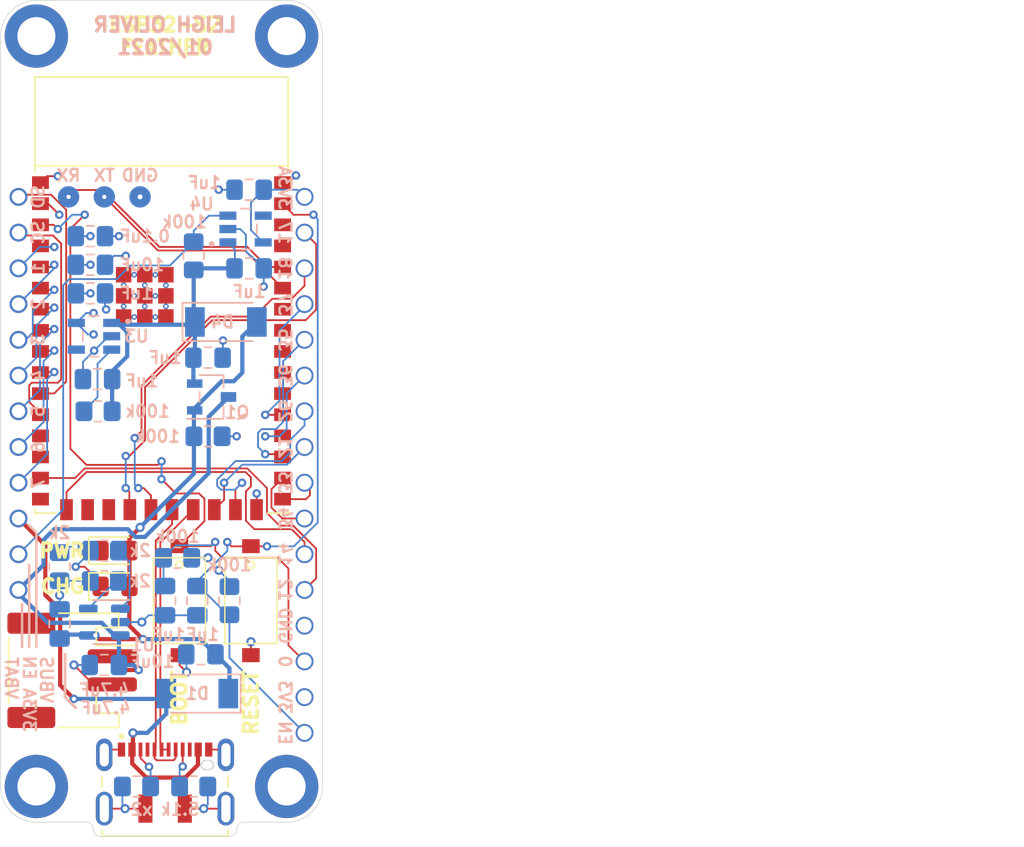
<source format=kicad_pcb>
(kicad_pcb (version 20210424) (generator pcbnew)
  (layers (0 "F.Cu" signal) (1 "In1.Cu" power) (2 "In2.Cu" power) (31 "B.Cu" signal) (34 "B.Paste" user) (35 "F.Paste" user) (36 "B.SilkS" user "B.Silkscreen") (37 "F.SilkS" user "F.Silkscreen") (38 "B.Mask" user) (39 "F.Mask" user) (44 "Edge.Cuts" user))
  (net 0 "")
  (net 1 "GND")
  (net 2 "Net-(C1-Pad1)")
  (net 3 "+BATT")
  (net 4 "VCC")
  (net 5 "+3V3")
  (net 6 "+3.3VA")
  (net 7 "/ESP32-EN")
  (net 8 "/IO0")
  (net 9 "VBUS")
  (net 10 "Net-(D2-Pad1)")
  (net 11 "Net-(D3-Pad1)")
  (net 12 "Net-(J1-Pad9)")
  (net 13 "PORT_D-")
  (net 14 "PORT_D+")
  (net 15 "Net-(J1-Pad3)")
  (net 16 "SDA")
  (net 17 "SCL")
  (net 18 "/IO1")
  (net 19 "/IO2")
  (net 20 "/IO3")
  (net 21 "/IO4")
  (net 22 "/IO5")
  (net 23 "/IO6")
  (net 24 "/IO7")
  (net 25 "/3V3A_EN")
  (net 26 "/IO12")
  (net 27 "/IO13")
  (net 28 "/IO15")
  (net 29 "/IO21")
  (net 30 "/IO26")
  (net 31 "/IO36")
  (net 32 "/IO35")
  (net 33 "/IO37")
  (net 34 "/IO18")
  (net 35 "/IO17")
  (net 36 "/RXD0")
  (net 37 "/TXD0")
  (net 38 "Net-(R4-Pad1)")
  (net 39 "Net-(R5-Pad1)")
  (net 40 "Net-(R11-Pad2)")
  (net 41 "/IO46")
  (net 42 "/IO45")
  (net 43 "/IO42")
  (net 44 "/IO41")
  (net 45 "/IO40")
  (net 46 "/IO39")
  (net 47 "/IO38")
  (net 48 "/IO34")
  (net 49 "/IO33")
  (net 50 "/IO16")
  (net 51 "/IO11")
  (net 52 "/IO10")
  (net 53 "/IO14")
  (footprint "MountingHole:MountingHole_2.7mm_M2.5_ISO14580_Pad" (layer "F.Cu") (at 195.58 99.06)
    (fp_text reference "REF**" hide)
    (fp_text value "MountingHole_2.7mm_M2.5_ISO14580_Pad" hide)
  )
  (footprint "Connector_JST:JST_PH_S2B-PH-SM4-TB_1x02-1MP_P2.00mm_Horizontal" (layer "F.Cu") (at 180.34 90.805 -90)
    (fp_text reference "J2" hide)
    (fp_text value "Conn_01x02" hide)
  )
  (footprint "Footprints:JAE_DX07S016JA1R1500" (layer "F.Cu") (at 186.944 97.536)
    (fp_text reference "J1" hide)
    (fp_text value "DX07S016JA1R1500" hide)
    (fp_line (start 2.875 -0.315) (end 3.125 -0.315) (layer "Edge.Cuts") (width 0.1))
    (fp_line (start 3.125 0.315) (end 2.875 0.315) (layer "Edge.Cuts") (width 0.1))
    (fp_arc (start 2.875 0) (end 2.875 -0.315) (angle -90) (layer "Edge.Cuts") (width 0.1))
    (fp_arc (start 3.125 0) (end 3.44 0) (angle -90) (layer "Edge.Cuts") (width 0.1))
    (fp_arc (start 2.875 0) (end 2.56 0) (angle -90) (layer "Edge.Cuts") (width 0.1))
    (fp_arc (start 3.125 0) (end 3.125 0.315) (angle -90) (layer "Edge.Cuts") (width 0.1))
  )
  (footprint "Footprints:PTS636SK25SMTRLFS" (layer "F.Cu") (at 187.96 85.852 -90)
    (fp_text reference "SW2" hide)
    (fp_text value "BOOT")
  )
  (footprint "Footprints:XCVR_ESP32-S2-WROOM-TinyPads" (layer "F.Cu") (at 186.69 64.135)
    (fp_text reference "U5" hide)
    (fp_text value "ESP32-S2-WROOM" hide)
  )
  (footprint "Footprints:RoundPinHeader_1x12" (layer "F.Cu") (at 176.53 85.09)
    (fp_text reference "J3" hide)
    (fp_text value "TOP" hide)
  )
  (footprint "MountingHole:MountingHole_2.7mm_M2.5_ISO14580_Pad" (layer "F.Cu") (at 195.58 45.72)
    (fp_text reference "REF**" hide)
    (fp_text value "MountingHole_2.7mm_M2.5_ISO14580_Pad" hide)
  )
  (footprint "MountingHole:MountingHole_2.7mm_M2.5_ISO14580_Pad" (layer "F.Cu") (at 177.8 45.72)
    (fp_text reference "REF**" hide)
    (fp_text value "MountingHole_2.7mm_M2.5_ISO14580_Pad" hide)
  )
  (footprint "LED_SMD:LED_0805_2012Metric_Pad1.15x1.40mm_HandSolder" (layer "F.Cu") (at 183.388 82.296)
    (fp_text reference "D3" hide)
    (fp_text value "PWR")
  )
  (footprint "MountingHole:MountingHole_2.7mm_M2.5_ISO14580_Pad" (layer "F.Cu") (at 177.8 99.06)
    (fp_text reference "REF**" hide)
    (fp_text value "MountingHole_2.7mm_M2.5_ISO14580_Pad" hide)
  )
  (footprint "LED_SMD:LED_0805_2012Metric_Pad1.15x1.40mm_HandSolder" (layer "F.Cu") (at 183.388 84.836)
    (fp_text reference "D2" hide)
    (fp_text value "CHG")
  )
  (footprint "Footprints:PTS636SK25SMTRLFS" (layer "F.Cu") (at 193.04 85.852 -90)
    (fp_text reference "SW1" hide)
    (fp_text value "RESET")
  )
  (footprint "Footprints:RoundPinHeader_1x16" (layer "F.Cu") (at 196.85 57.15 180)
    (fp_text reference "J4" hide)
    (fp_text value "BOT" hide)
  )
  (footprint "Capacitor_SMD:C_0805_2012Metric_Pad1.18x1.45mm_HandSolder" (layer "B.Cu") (at 186.944 85.852 -90)
    (fp_text reference "C13" hide)
    (fp_text value "1uF")
  )
  (footprint "Resistor_SMD:R_0805_2012Metric_Pad1.20x1.40mm_HandSolder" (layer "B.Cu") (at 182.180199 72.390001 180)
    (fp_text reference "R11" hide)
    (fp_text value "100k")
  )
  (footprint "Diode_SMD:D_SOD-128" (layer "B.Cu") (at 191.262 66.04)
    (fp_text reference "D4" hide)
    (fp_text value "RSX205LAM30TR" hide)
  )
  (footprint "Capacitor_SMD:C_0805_2012Metric_Pad1.18x1.45mm_HandSolder" (layer "B.Cu") (at 189.484 89.662 180)
    (fp_text reference "C3" hide)
    (fp_text value "10uF")
  )
  (footprint "Capacitor_SMD:C_0805_2012Metric_Pad1.18x1.45mm_HandSolder" (layer "B.Cu") (at 181.6403 64.008)
    (fp_text reference "C8" hide)
    (fp_text value "1uF")
  )
  (footprint "Capacitor_SMD:C_0805_2012Metric_Pad1.18x1.45mm_HandSolder" (layer "B.Cu") (at 182.1444 70.104 180)
    (fp_text reference "C6" hide)
    (fp_text value "1uF")
  )
  (footprint "Resistor_SMD:R_0805_2012Metric_Pad1.20x1.40mm_HandSolder" (layer "B.Cu") (at 179.451 83.439 90)
    (fp_text reference "R3" hide)
    (fp_text value "2k")
  )
  (footprint "Resistor_SMD:R_0805_2012Metric_Pad1.20x1.40mm_HandSolder" (layer "B.Cu") (at 182.626 84.455 180)
    (fp_text reference "R5" hide)
    (fp_text value "2k")
  )
  (footprint "Capacitor_SMD:C_0805_2012Metric_Pad1.18x1.45mm_HandSolder" (layer "B.Cu") (at 189.992 68.58)
    (fp_text reference "C4" hide)
    (fp_text value "1uF")
  )
  (footprint "Capacitor_SMD:C_0805_2012Metric_Pad1.18x1.45mm_HandSolder" (layer "B.Cu") (at 182.626 90.424)
    (fp_text reference "C2" hide)
    (fp_text value "4.7uF")
  )
  (footprint "Capacitor_SMD:C_0805_2012Metric_Pad1.18x1.45mm_HandSolder" (layer "B.Cu") (at 181.6364 59.944)
    (fp_text reference "C11" hide)
    (fp_text value "0.1uF")
  )
  (footprint "Capacitor_SMD:C_0805_2012Metric_Pad1.18x1.45mm_HandSolder" (layer "B.Cu") (at 181.6364 61.976)
    (fp_text reference "C10" hide)
    (fp_text value "10uF")
  )
  (footprint "Resistor_SMD:R_0805_2012Metric_Pad1.20x1.40mm_HandSolder" (layer "B.Cu") (at 182.626 82.296 180)
    (fp_text reference "R4" hide)
    (fp_text value "2k")
  )
  (footprint "Connector_Wire:SolderWirePad_1x03_P3.175mm_Drill0.8mm" (layer "B.Cu") (at 182.626 57.15 180)
    (fp_text reference "GND" hide)
    (fp_text value "Conn_01x03" hide)
  )
  (footprint "Footprints:SOT346" (layer "B.Cu") (at 190.246 71.374 90)
    (fp_text reference "Q1")
    (fp_text value "RQ5A020ZP" hide)
  )
  (footprint "Diode_SMD:D_SOD-128" (layer "B.Cu") (at 189.23 92.456 180)
    (fp_text reference "D1" hide)
    (fp_text value "RSX205LAM30TR" hide)
  )
  (footprint "Capacitor_SMD:C_0805_2012Metric_Pad1.18x1.45mm_HandSolder" (layer "B.Cu") (at 189.23 85.852 -90)
    (fp_text reference "C12" hide)
    (fp_text value "1uF")
  )
  (footprint "Resistor_SMD:R_0805_2012Metric_Pad1.20x1.40mm_HandSolder" (layer "B.Cu") (at 191.516 85.852 -90)
    (fp_text reference "R13" hide)
    (fp_text value "100k")
  )
  (footprint "Resistor_SMD:R_0805_2012Metric_Pad1.20x1.40mm_HandSolder" (layer "B.Cu") (at 189.992 74.168 180)
    (fp_text reference "R6" hide)
    (fp_text value "100k")
  )
  (footprint "Package_TO_SOT_SMD:SOT-23-5" (layer "B.Cu") (at 182.626 87.376 180)
    (fp_text reference "U1" hide)
    (fp_text value "MCP73831-2-OT" hide)
  )
  (footprint "Footprints:SOT95P280X145-5N" (layer "B.Cu") (at 181.8943 67.056 180)
    (fp_text reference "U3")
    (fp_text value "TLV75533PDBVR" hide)
  )
  (footprint "Capacitor_SMD:C_0805_2012Metric_Pad1.18x1.45mm_HandSolder" (layer "B.Cu") (at 192.913 56.642 180)
    (fp_text reference "C9" hide)
    (fp_text value "1uF")
  )
  (footprint "Resistor_SMD:R_0805_2012Metric_Pad1.20x1.40mm_HandSolder" (layer "B.Cu") (at 188.976 61.341 90)
    (fp_text reference "R12" hide)
    (fp_text value "100k")
  )
  (footprint "Resistor_SMD:R_0805_2012Metric_Pad1.20x1.40mm_HandSolder" (layer "B.Cu") (at 184.912 99.06 180)
    (fp_text reference "R1" hide)
    (fp_text value "5.1k x2")
  )
  (footprint "Resistor_SMD:R_0805_2012Metric_Pad1.20x1.40mm_HandSolder" (layer "B.Cu") (at 188.976 99.06)
    (fp_text reference "R2" hide)
    (fp_text value "5.1k" hide)
  )
  (footprint "Capacitor_SMD:C_0805_2012Metric_Pad1.18x1.45mm_HandSolder" (layer "B.Cu") (at 192.913 62.23)
    (fp_text reference "C7" hide)
    (fp_text value "1uF")
  )
  (footprint "Resistor_SMD:R_0805_2012Metric_Pad1.20x1.40mm_HandSolder" (layer "B.Cu") (at 187.833 82.804 180)
    (fp_text reference "R14" hide)
    (fp_text value "100k")
  )
  (footprint "Capacitor_SMD:C_0805_2012Metric_Pad1.18x1.45mm_HandSolder" (layer "B.Cu") (at 179.451 87.503 90)
    (fp_text reference "C1" hide)
    (fp_text value "4.7uF")
  )
  (footprint "Footprints:SOT95P280X145-5N" (layer "B.Cu") (at 192.659 59.436)
    (fp_text reference "U4")
    (fp_text value "TLV75533PDBVR" hide)
  )
  (gr_line (start 180.594 93.472) (end 179.832 92.71) (layer "B.SilkS") (width 0.2))
  (gr_line (start 177.8 81.026) (end 177.8 89.154) (layer "B.SilkS") (width 0.175))
  (gr_line (start 176.784 86.106) (end 176.784 89.154) (layer "B.SilkS") (width 0.175))
  (gr_line (start 179.832 92.71) (end 179.832 89.662) (layer "B.SilkS") (width 0.2))
  (gr_line (start 177.292 83.312) (end 177.292 89.154) (layer "B.SilkS") (width 0.175))
  (gr_line (start 177.292 80.518) (end 177.8 81.026) (layer "B.SilkS") (width 0.175))
  (gr_line (start 181.356 101.6) (end 177.8 101.6) (layer "Edge.Cuts") (width 0.05))
  (gr_arc (start 177.8 45.72) (end 177.8 43.18) (angle -90) (layer "Edge.Cuts") (width 0.05))
  (gr_arc (start 192.532 102.108) (end 192.532 101.6) (angle -90) (layer "Edge.Cuts") (width 0.05))
  (gr_arc (start 191.516 102.108) (end 191.516 102.616) (angle -90) (layer "Edge.Cuts") (width 0.05))
  (gr_arc (start 182.372 102.108) (end 181.864 102.108) (angle -90) (layer "Edge.Cuts") (width 0.05))
  (gr_arc (start 181.356 102.108) (end 181.864 102.108) (angle -90) (layer "Edge.Cuts") (width 0.05))
  (gr_arc (start 195.58 45.72) (end 198.12 45.72) (angle -90) (layer "Edge.Cuts") (width 0.05))
  (gr_arc (start 177.8 99.06) (end 175.26 99.06) (angle -90) (layer "Edge.Cuts") (width 0.05))
  (gr_line (start 177.8 43.18) (end 195.58 43.18) (layer "Edge.Cuts") (width 0.05))
  (gr_line (start 175.26 99.06) (end 175.26 45.72) (layer "Edge.Cuts") (width 0.05))
  (gr_line (start 191.516 102.616) (end 182.372 102.616) (layer "Edge.Cuts") (width 0.05))
  (gr_line (start 195.58 101.6) (end 192.532 101.6) (layer "Edge.Cuts") (width 0.05))
  (gr_arc (start 195.58 99.06) (end 195.58 101.6) (angle -90) (layer "Edge.Cuts") (width 0.05))
  (gr_line (start 198.12 45.72) (end 198.12 99.06) (layer "Edge.Cuts") (width 0.05))
  (gr_text "TX" (at 182.626 55.626) (layer "B.SilkS") (effects (font (size 0.85 0.85) (thickness 0.175)) (justify mirror)))
  (gr_text "GND" (at 185.166 55.626) (layer "B.SilkS") (effects (font (size 0.85 0.85) (thickness 0.175)) (justify mirror)))
  (gr_text "GND" (at 195.453 87.63 270) (layer "B.SilkS") (effects (font (size 0.85 0.85) (thickness 0.175)) (justify mirror)))
  (gr_text "3V3" (at 195.453 92.71 270) (layer "B.SilkS") (effects (font (size 0.85 0.85) (thickness 0.175)) (justify mirror)))
  (gr_text "14" (at 195.453 82.55 270) (layer "B.SilkS") (effects (font (size 0.85 0.85) (thickness 0.175)) (justify mirror)))
  (gr_text "34" (at 195.453 80.01 270) (layer "B.SilkS") (effects (font (size 0.85 0.85) (thickness 0.175)) (justify mirror)))
  (gr_text "21" (at 195.453 74.93 270) (layer "B.SilkS") (effects (font (size 0.85 0.85) (thickness 0.175)) (justify mirror)))
  (gr_text "3V3A" (at 195.453 58.166 270) (layer "B.SilkS") (effects (font (size 0.85 0.85) (thickness 0.175)) (justify left mirror)))
  (gr_text "26" (at 195.453 72.39 270) (layer "B.SilkS") (effects (font (size 0.85 0.85) (thickness 0.175)) (justify mirror)))
  (gr_text "0" (at 195.453 90.17 270) (layer "B.SilkS") (effects (font (size 0.85 0.85) (thickness 0.175)) (justify mirror)))
  (gr_text "RX" (at 180.086 55.626) (layer "B.SilkS") (effects (font (size 0.85 0.85) (thickness 0.175)) (justify mirror)))
  (gr_text "1" (at 177.927 62.23 90) (layer "B.SilkS") (effects (font (size 0.85 0.85) (thickness 0.175)) (justify mirror)))
  (gr_text "SD" (at 177.927 57.15 90) (layer "B.SilkS") (effects (font (size 0.85 0.85) (thickness 0.175)) (justify mirror)))
  (gr_text "2" (at 177.927 64.77 90) (layer "B.SilkS") (effects (font (size 0.85 0.85) (thickness 0.175)) (justify mirror)))
  (gr_text "6" (at 177.927 74.93 90) (layer "B.SilkS") (effects (font (size 0.85 0.85) (thickness 0.175)) (justify mirror)))
  (gr_text "LEIGH OLIVER\n01/2021" (at 186.944 45.72) (layer "B.SilkS") (effects (font (size 1 1) (thickness 0.25)) (justify mirror)))
  (gr_text "SC" (at 177.927 59.69 90) (layer "B.SilkS") (effects (font (size 0.85 0.85) (thickness 0.175)) (justify mirror)))
  (gr_text "33" (at 195.453 77.47 270) (layer "B.SilkS") (effects (font (size 0.85 0.85) (thickness 0.175)) (justify mirror)))
  (gr_text "18" (at 195.453 62.23 270) (layer "B.SilkS") (effects (font (size 0.85 0.85) (thickness 0.175)) (justify mirror)))
  (gr_text "EN" (at 195.453 95.25 270) (layer "B.SilkS") (effects (font (size 0.85 0.85) (thickness 0.175)) (justify mirror)))
  (gr_text "4" (at 177.927 69.85 90) (layer "B.SilkS") (effects (font (size 0.85 0.85) (thickness 0.175)) (justify mirror)))
  (gr_text "12" (at 195.453 85.09 270) (layer "B.SilkS") (effects (font (size 0.85 0.85) (thickness 0.175)) (justify mirror)))
  (gr_text "3" (at 177.927 67.31 90) (layer "B.SilkS") (effects (font (size 0.85 0.85) (thickness 0.175)) (justify mirror)))
  (gr_text "VBAT" (at 176.022 89.7636 270) (layer "B.SilkS") (effects (font (size 0.85 0.85) (thickness 0.175)) (justify right mirror)))
  (gr_text "35" (at 195.453 67.31 270) (layer "B.SilkS") (effects (font (size 0.85 0.85) (thickness 0.175)) (justify mirror)))
  (gr_text "VBUS" (at 178.5112 89.7128 270) (layer "B.SilkS") (effects (font (size 0.85 0.85) (thickness 0.175)) (justify right mirror)))
  (gr_text "5" (at 177.927 72.39 90) (layer "B.SilkS") (effects (font (size 0.85 0.85) (thickness 0.175)) (justify mirror)))
  (gr_text "17" (at 195.453 59.69 270) (layer "B.SilkS") (effects (font (size 0.85 0.85) (thickness 0.175)) (justify mirror)))
  (gr_text "7" (at 177.927 77.47 90) (layer "B.SilkS") (effects (font (size 0.85 0.85) (thickness 0.175)) (justify mirror)))
  (gr_text "37" (at 195.453 64.77 270) (layer "B.SilkS") (effects (font (size 0.85 0.85) (thickness 0.175)) (justify mirror)))
  (gr_text "3V3A EN" (at 177.292 89.662 270) (layer "B.SilkS") (effects (font (size 0.85 0.85) (thickness 0.175)) (justify right mirror)))
  (gr_text "36" (at 195.453 69.85 270) (layer "B.SilkS") (effects (font (size 0.85 0.85) (thickness 0.175)) (justify mirror)))
  (gr_text "ESP32-S2\nFEATHER" (at 186.944 45.72) (layer "F.SilkS") (effects (font (size 1 1) (thickness 0.25))))
  (segment (start 190.044 96.436) (end 190.889 96.436) (width 0.127) (layer "F.Cu") (net 1))
  (segment (start 184 65.685) (end 187 65.685) (width 0.127) (layer "F.Cu") (net 1))
  (segment (start 184.75 62.685) (end 184 62.685) (width 0.127) (layer "F.Cu") (net 1))
  (segment (start 187.96 90.424) (end 188.468 90.932) (width 0.127) (layer "F.Cu") (net 1))
  (segment (start 190.889 96.436) (end 191.264 96.811) (width 0.127) (layer "F.Cu") (net 1))
  (segment (start 185.5 62.685) (end 185.5 65.685) (width 0.127) (layer "F.Cu") (net 1))
  (segment (start 195.7314 56.135) (end 196.2404 55.626) (width 0.127) (layer "F.Cu") (net 1))
  (segment (start 187.96 89.727) (end 187.96 90.424) (width 0.127) (layer "F.Cu") (net 1))
  (segment (start 178.5482 55.6768) (end 179.324 55.6768) (width 0.127) (layer "F.Cu") (net 1))
  (segment (start 181.848 91.805) (end 180.467 90.424) (width 0.127) (layer "F.Cu") (net 1))
  (segment (start 189.686 100.636) (end 191.264 100.636) (width 0.127) (layer "F.Cu") (net 1))
  (segment (start 182.999 96.436) (end 182.624 96.811) (width 0.127) (layer "F.Cu") (net 1))
  (segment (start 193.4464 79.3786) (end 193.4464 78.232) (width 0.127) (layer "F.Cu") (net 1))
  (segment (start 188.344 100.636) (end 189.686 100.636) (width 0.127) (layer "F.Cu") (net 1))
  (segment (start 185.544 100.636) (end 184.098 100.636) (width 0.127) (layer "F.Cu") (net 1))
  (segment (start 195.29 56.135) (end 195.7314 56.135) (width 0.127) (layer "F.Cu") (net 1))
  (segment (start 193.04 89.727) (end 193.04 88.773) (width 0.127) (layer "F.Cu") (net 1))
  (segment (start 183.19 91.805) (end 181.848 91.805) (width 0.127) (layer "F.Cu") (net 1))
  (segment (start 184 62.685) (end 184 65.685) (width 0.127) (layer "F.Cu") (net 1))
  (segment (start 183.844 96.436) (end 182.999 96.436) (width 0.127) (layer "F.Cu") (net 1))
  (segment (start 187 65.685) (end 187 62.685) (width 0.127) (layer "F.Cu") (net 1))
  (segment (start 193.44 79.385) (end 193.4464 79.3786) (width 0.127) (layer "F.Cu") (net 1))
  (segment (start 184.75 62.685) (end 187 62.685) (width 0.127) (layer "F.Cu") (net 1))
  (segment (start 184.098 100.636) (end 182.624 100.636) (width 0.127) (layer "F.Cu") (net 1))
  (segment (start 178.09 56.135) (end 178.5482 55.6768) (width 0.127) (layer "F.Cu") (net 1))
  (segment (start 187 64.185) (end 184 64.185) (width 0.127) (layer "F.Cu") (net 1))
  (via (at 196.2404 55.626) (size 0.6) (drill 0.3) (layers "F.Cu" "B.Cu") (net 1))
  (via (at 184.15 61.341) (size 0.6) (drill 0.3) (layers "F.Cu" "B.Cu") (net 1))
  (via (at 185.293 87.376) (size 0.65) (drill 0.35) (layers "F.Cu" "B.Cu") (net 1))
  (via (at 193.4464 78.232) (size 0.6) (drill 0.3) (layers "F.Cu" "B.Cu") (net 1))
  (via (at 182.753 65.151) (size 0.6) (drill 0.3) (layers "F.Cu" "B.Cu") (net 1))
  (via (at 191.0588 67.3608) (size 0.6) (drill 0.3) (layers "F.Cu" "B.Cu") (net 1))
  (via (at 190.754 56.642) (size 0.6) (drill 0.3) (layers "F.Cu" "B.Cu") (net 1))
  (via (at 189.686 100.636) (size 0.65) (drill 0.35) (layers "F.Cu" "B.Cu") (net 1))
  (via (at 188.468 90.932) (size 0.65) (drill 0.35) (layers "F.Cu" "B.Cu") (net 1))
  (via (at 179.451 85.471) (size 0.65) (drill 0.35) (layers "F.Cu" "B.Cu") (net 1))
  (via (at 193.04 88.773) (size 0.65) (drill 0.35) (layers "F.Cu" "B.Cu") (net 1))
  (via (at 183.6684 59.944) (size 0.6) (drill 0.3) (layers "F.Cu" "B.Cu") (net 1))
  (via (at 179.324 55.6768) (size 0.6) (drill 0.3) (layers "F.Cu" "B.Cu") (net 1))
  (via (at 192.024 74.168) (size 0.6) (drill 0.3) (layers "F.Cu" "B.Cu") (net 1))
  (via (at 180.467 90.424) (size 0.65) (drill 0.35) (layers "F.Cu" "B.Cu") (net 1))
  (via (at 185.166 57.15) (size 0.65) (drill 0.35) (layers "F.Cu" "B.Cu") (net 1))
  (via (at 193.9505 63.5215) (size 0.6) (drill 0.3) (layers "F.Cu" "B.Cu") (net 1))
  (via (at 184.098 100.636) (size 0.65) (drill 0.35) (layers "F.Cu" "B.Cu") (net 1))
  (via (at 181.902138 68.083738) (size 0.6) (drill 0.3) (layers "F.Cu" "B.Cu") (net 1))
  (segment (start 193.9505 62.23) (end 193.9505 63.5215) (width 0.127) (layer "B.Cu") (net 1))
  (segment (start 188.468 90.932) (end 188.4465 90.9105) (width 0.127) (layer "B.Cu") (net 1))
  (segment (start 188.4465 89.662) (end 188.468 90.932) (width 0.127) (layer "B.Cu") (net 1))
  (segment (start 189.976 99.06) (end 189.976 100.346) (width 0.127) (layer "B.Cu") (net 1))
  (segment (start 179.451 85.471) (end 179.451 86.4655) (width 0.127) (layer "B.Cu") (net 1))
  (segment (start 189.23 86.8895) (end 186.944 86.8895) (width 0.127) (layer "B.Cu") (net 1))
  (segment (start 191.0588 67.3608) (end 191.0295 67.3393) (width 0.127) (layer "B.Cu") (net 1))
  (segment (start 185.7795 86.8895) (end 185.293 87.376) (width 0.127) (layer "B.Cu") (net 1))
  (segment (start 183.7635 87.376) (end 185.293 87.376) (width 0.127) (layer "B.Cu") (net 1))
  (segment (start 192.6844 59.8424) (end 192.278 59.436) (width 0.127) (layer "B.Cu") (net 1))
  (segment (start 182.6778 64.008) (end 182.6778 65.0758) (width 0.127) (layer "B.Cu") (net 1))
  (segment (start 189.976 100.346) (end 189.686 100.636) (width 0.127) (layer "B.Cu") (net 1))
  (segment (start 190.992 74.168) (end 192.024 74.168) (width 0.127) (layer "B.Cu") (net 1))
  (segment (start 191.8755 56.642) (end 190.754 56.642) (width 0.127) (layer "B.Cu") (net 1))
  (segment (start 181.1069 68.878976) (end 181.1069 70.104) (width 0.127) (layer "B.Cu") (net 1))
  (segment (start 182.6778 65.0758) (end 182.753 65.151) (width 0.127) (layer "B.Cu") (net 1))
  (segment (start 181.61 84.439) (end 181.626 84.455) (width 0.127) (layer "B.Cu") (net 1))
  (segment (start 183.912 99.06) (end 183.912 100.45) (width 0.127) (layer "B.Cu") (net 1))
  (segment (start 183.3089 61.341) (end 184.15 61.341) (width 0.127) (layer "B.Cu") (net 1))
  (segment (start 181.902138 68.083738) (end 181.1069 68.878976) (width 0.127) (layer "B.Cu") (net 1))
  (segment (start 192.6844 61.0108) (end 192.6844 59.8424) (width 0.127) (layer "B.Cu") (net 1))
  (segment (start 191.0295 68.58) (end 191.0588 67.3608) (width 0.127) (layer "B.Cu") (net 1))
  (segment (start 192.278 59.436) (end 191.404 59.436) (width 0.127) (layer "B.Cu") (net 1))
  (segment (start 186.944 86.8895) (end 185.7795 86.8895) (width 0.127) (layer "B.Cu") (net 1))
  (segment (start 193.0869 61.3664) (end 193.04 61.3664) (width 0.127) (layer "B.Cu") (net 1))
  (segment (start 181.5885 90.424) (end 180.467 90.424) (width 0.127) (layer "B.Cu") (net 1))
  (segment (start 193.04 61.3664) (end 192.6844 61.0108) (width 0.127) (layer "B.Cu") (net 1))
  (segment (start 182.6739 59.944) (end 183.6684 59.944) (width 0.127) (layer "B.Cu") (net 1))
  (segment (start 183.1493 67.056) (end 182.929876 67.056) (width 0.127) (layer "B.Cu") (net 1))
  (segment (start 182.929876 67.056) (end 181.902138 68.083738) (width 0.127) (layer "B.Cu") (net 1))
  (segment (start 190.754 56.642) (end 190.627 56.642) (width 0.127) (layer "B.Cu") (net 1))
  (segment (start 193.9505 62.23) (end 193.0869 61.3664) (width 0.127) (layer "B.Cu") (net 1))
  (segment (start 179.451 84.439) (end 179.451 85.471) (width 0.127) (layer "B.Cu") (net 1))
  (segment (start 182.6739 61.976) (end 183.3089 61.341) (width 0.127) (layer "B.Cu") (net 1))
  (segment (start 183.912 100.45) (end 184.098 100.636) (width 0.127) (layer "B.Cu") (net 1))
  (segment (start 182.6739 64.0041) (end 182.6778 64.008) (width 0.127) (layer "B.Cu") (net 1))
  (segment (start 179.451 84.439) (end 181.61 84.439) (width 0.127) (layer "B.Cu") (net 1))
  (segment (start 184.404 87.63) (end 184.404 84.845) (width 0.3) (layer "F.Cu") (net 2))
  (segment (start 184.413 82.296) (end 184.413 84.836) (width 0.3) (layer "F.Cu") (net 2))
  (segment (start 181.991 88.3158) (end 182.26219 88.58699) (width 0.3) (layer "F.Cu") (net 2))
  (segment (start 184.413 81.398) (end 185.166 80.645) (width 0.3) (layer "F.Cu") (net 2))
  (segment (start 184.404 84.845) (end 184.413 84.836) (width 0.3) (layer "F.Cu") (net 2))
  (segment (start 184.413 82.296) (end 184.413 81.398) (width 0.3) (layer "F.Cu") (net 2))
  (segment (start 182.26219 88.58699) (end 185.36099 88.58699) (width 0.3) (layer "F.Cu") (net 2))
  (segment (start 184.413 82.296) (end 184.413 82.287) (width 0.3) (layer "F.Cu") (net 2))
  (segment (start 185.36099 88.58699) (end 184.404 87.63) (width 0.3) (layer "F.Cu") (net 2))
  (via (at 181.991 88.3158) (size 0.6) (drill 0.3) (layers "F.Cu" "B.Cu") (net 2))
  (via (at 185.166 80.645) (size 0.65) (drill 0.35) (layers "F.Cu" "B.Cu") (net 2))
  (via (at 185.36099 88.58699) (size 0.6) (drill 0.3) (layers "F.Cu" "B.Cu") (net 2))
  (segment (start 179.451 88.5405) (end 179.7265 88.265) (width 0.3) (layer "B.Cu") (net 2))
  (segment (start 185.166 80.645) (end 188.992 76.819) (width 0.3) (layer "B.Cu") (net 2))
  (segment (start 192.4304 67.0716) (end 192.4304 69.6468) (width 0.3) (layer "B.Cu") (net 2))
  (segment (start 189.44649 88.58699) (end 185.36099 88.58699) (width 0.3) (layer "B.Cu") (net 2))
  (segment (start 191.43 92.456) (end 191.516 92.37) (width 0.3) (layer "B.Cu") (net 2))
  (segment (start 192.4304 69.6468) (end 191.8208 70.2564) (width 0.3) (layer "B.Cu") (net 2))
  (segment (start 188.992 76.819) (end 188.992 74.168) (width 0.3) (layer "B.Cu") (net 2))
  (segment (start 190.5215 89.662) (end 189.44649 88.58699) (width 0.3) (layer "B.Cu") (net 2))
  (segment (start 179.7265 88.265) (end 181.4275 88.265) (width 0.3) (layer "B.Cu") (net 2))
  (segment (start 191.516 92.37) (end 191.516 90.6565) (width 0.3) (layer "B.Cu") (net 2))
  (segment (start 189.046 72.1676) (end 189.046 72.324) (width 0.3) (layer "B.Cu") (net 2))
  (segment (start 181.4275 88.265) (end 181.4885 88.326) (width 0.3) (layer "B.Cu") (net 2))
  (segment (start 188.992 72.378) (end 189.046 72.324) (width 0.3) (layer "B.Cu") (net 2))
  (segment (start 193.462 66.04) (end 192.4304 67.0716) (width 0.3) (layer "B.Cu") (net 2))
  (segment (start 190.9572 70.2564) (end 189.046 72.1676) (width 0.3) (layer "B.Cu") (net 2))
  (segment (start 188.992 74.168) (end 188.992 72.378) (width 0.3) (layer "B.Cu") (net 2))
  (segment (start 191.8208 70.2564) (end 190.9572 70.2564) (width 0.3) (layer "B.Cu") (net 2))
  (segment (start 191.516 90.6565) (end 190.5215 89.662) (width 0.3) (layer "B.Cu") (net 2))
  (segment (start 183.19 89.805) (end 184.1646 90.7796) (width 0.3) (layer "F.Cu") (net 3))
  (segment (start 185.0644 90.7796) (end 185.0136 90.7796) (width 0.3) (layer "F.Cu") (net 3))
  (segment (start 184.1646 90.7796) (end 185.0644 90.7796) (width 0.3) (layer "F.Cu") (net 3))
  (via (at 185.0644 90.7796) (size 0.6) (drill 0.3) (layers "F.Cu" "B.Cu") (net 3))
  (segment (start 183.6635 90.424) (end 183.6635 88.426) (width 0.3) (layer "B.Cu") (net 3))
  (segment (start 178.6128 87.4268) (end 182.444678 87.4268) (width 0.3) (layer "B.Cu") (net 3))
  (segment (start 179.07 80.772) (end 178.308 81.534) (width 0.3) (layer "B.Cu") (net 3))
  (segment (start 178.308 81.534) (end 178.308 83.312) (width 0.3) (layer "B.Cu") (net 3))
  (segment (start 183.7635 90.324) (end 183.6635 90.424) (width 0.127) (layer "B.Cu") (net 3))
  (segment (start 185.506999 81.320001) (end 184.841999 81.320001) (width 0.3) (layer "B.Cu") (net 3))
  (segment (start 184.293998 80.772) (end 179.07 80.772) (width 0.3) (layer "B.Cu") (net 3))
  (segment (start 183.6635 88.426) (end 183.7635 88.326) (width 0.3) (layer "B.Cu") (net 3))
  (segment (start 184.841999 81.320001) (end 184.293998 80.772) (width 0.3) (layer "B.Cu") (net 3))
  (segment (start 184.7088 90.424) (end 183.6635 90.424) (width 0.3) (layer "B.Cu") (net 3))
  (segment (start 183.343878 88.326) (end 183.7635 88.326) (width 0.3) (layer "B.Cu") (net 3))
  (segment (start 191.446 71.374) (end 190.04199 72.77801) (width 0.3) (layer "B.Cu") (net 3))
  (segment (start 182.444678 87.4268) (end 183.343878 88.326) (width 0.3) (layer "B.Cu") (net 3))
  (segment (start 190.04199 72.77801) (end 190.04199 76.78501) (width 0.3) (layer "B.Cu") (net 3))
  (segment (start 185.0644 90.7796) (end 184.7088 90.424) (width 0.3) (layer "B.Cu") (net 3))
  (segment (start 176.53 85.09) (end 176.53 85.344) (width 0.3) (layer "B.Cu") (net 3))
  (segment (start 190.04199 76.78501) (end 185.506999 81.320001) (width 0.3) (layer "B.Cu") (net 3))
  (segment (start 176.53 85.344) (end 178.6128 87.4268) (width 0.3) (layer "B.Cu") (net 3))
  (segment (start 178.308 83.312) (end 176.53 85.09) (width 0.3) (layer "B.Cu") (net 3))
  (segment (start 184.2526 66.76431) (end 183.59429 66.106) (width 0.3) (layer "B.Cu") (net 4))
  (segment (start 188.9545 70.3325) (end 189.046 70.424) (width 0.3) (layer "B.Cu") (net 4))
  (segment (start 189.062 68.4725) (end 188.9545 68.58) (width 0.3) (layer "B.Cu") (net 4))
  (segment (start 191.897 60.879) (end 191.404 60.386) (width 0.127) (layer "B.Cu") (net 4))
  (segment (start 188.9545 68.58) (end 188.9545 70.3325) (width 0.3) (layer "B.Cu") (net 4))
  (segment (start 188.866999 66.235001) (end 189.062 66.04) (width 0.3) (layer "B.Cu") (net 4))
  (segment (start 191.8755 62.23) (end 189.087 62.23) (width 0.3) (layer "B.Cu") (net 4))
  (segment (start 191.8755 62.23) (end 191.897 62.2085) (width 0.127) (layer "B.Cu") (net 4))
  (segment (start 191.897 62.2085) (end 191.897 60.879) (width 0.127) (layer "B.Cu") (net 4))
  (segment (start 183.1819 69.5491) (end 184.2526 68.4784) (width 0.3) (layer "B.Cu") (net 4))
  (segment (start 191.7645 62.341) (end 191.8755 62.23) (width 0.127) (layer "B.Cu") (net 4))
  (segment (start 188.976 65.954) (end 189.062 66.04) (width 0.3) (layer "B.Cu") (net 4))
  (segment (start 183.180199 70.105701) (end 183.1819 70.104) (width 0.3) (layer "B.Cu") (net 4))
  (segment (start 183.278301 66.235001) (end 188.866999 66.235001) (width 0.3) (layer "B.Cu") (net 4))
  (segment (start 188.976 62.341) (end 188.976 65.954) (width 0.3) (layer "B.Cu") (net 4))
  (segment (start 183.59429 66.106) (end 183.1493 66.106) (width 0.3) (layer "B.Cu") (net 4))
  (segment (start 184.2526 68.4784) (end 184.2526 66.76431) (width 0.3) (layer "B.Cu") (net 4))
  (segment (start 189.062 66.04) (end 189.062 68.4725) (width 0.3) (layer "B.Cu") (net 4))
  (segment (start 189.087 62.23) (end 188.976 62.341) (width 0.3) (layer "B.Cu") (net 4))
  (segment (start 183.1493 66.106) (end 183.278301 66.235001) (width 0.3) (layer "B.Cu") (net 4))
  (segment (start 183.1819 70.104) (end 183.1819 69.5491) (width 0.3) (layer "B.Cu") (net 4))
  (segment (start 191.516 62.5895) (end 191.8755 62.23) (width 0.3) (layer "B.Cu") (net 4))
  (segment (start 183.180199 72.390001) (end 183.180199 70.105701) (width 0.3) (layer "B.Cu") (net 4))
  (segment (start 178.6636 57.658) (end 179.4256 58.42) (width 0.127) (layer "F.Cu") (net 5))
  (segment (start 178.09 57.635) (end 178.113 57.658) (width 0.127) (layer "F.Cu") (net 5))
  (segment (start 178.113 57.658) (end 178.6636 57.658) (width 0.127) (layer "F.Cu") (net 5))
  (via (at 181.6364 59.944) (size 0.6) (drill 0.3) (layers "F.Cu" "B.Cu") (net 5))
  (via (at 190.754 83.693) (size 0.65) (drill 0.35) (layers "F.Cu" "B.Cu") (net 5))
  (via (at 189.992 82.804) (size 0.65) (drill 0.35) (layers "F.Cu" "B.Cu") (net 5))
  (via (at 179.4256 58.42) (size 0.6) (drill 0.3) (layers "F.Cu" "B.Cu") (net 5))
  (via (at 181.6364 64.008) (size 0.6) (drill 0.3) (layers "F.Cu" "B.Cu") (net 5))
  (via (at 181.864 65.405) (size 0.6) (drill 0.3) (layers "F.Cu" "B.Cu") (net 5))
  (via (at 181.6364 61.976) (size 0.6) (drill 0.3) (layers "F.Cu" "B.Cu") (net 5))
  (via (at 181.864 66.929) (size 0.6) (drill 0.3) (layers "F.Cu" "B.Cu") (net 5))
  (segment (start 191.516 84.852) (end 191.516 84.455) (width 0.127) (layer "B.Cu") (net 5))
  (segment (start 188.833 82.804) (end 189.992 82.804) (width 0.127) (layer "B.Cu") (net 5))
  (segment (start 181.864 65.405) (end 181.3403 65.405) (width 0.127) (layer "B.Cu") (net 5))
  (segment (start 181.864 66.929) (end 181.4623 66.929) (width 0.127) (layer "B.Cu") (net 5))
  (segment (start 180.5989 59.944) (end 181.6364 59.944) (width 0.127) (layer "B.Cu") (net 5))
  (segment (start 191.516 84.455) (end 190.754 83.693) (width 0.127) (layer "B.Cu") (net 5))
  (segment (start 180.6028 64.008) (end 181.6364 64.008) (width 0.127) (layer "B.Cu") (net 5))
  (segment (start 181.3403 65.405) (end 180.6393 66.106) (width 0.127) (layer "B.Cu") (net 5))
  (segment (start 181.4623 66.929) (end 180.6393 66.106) (width 0.127) (layer "B.Cu") (net 5))
  (segment (start 180.5989 61.976) (end 181.6364 61.976) (width 0.127) (layer "B.Cu") (net 5))
  (segment (start 180.5989 64.0041) (end 180.6028 64.008) (width 0.127) (layer "B.Cu") (net 5))
  (segment (start 193.045499 57.547001) (end 193.045499 59.517499) (width 0.127) (layer "B.Cu") (net 6))
  (segment (start 193.9505 56.642) (end 193.045499 57.547001) (width 0.127) (layer "B.Cu") (net 6))
  (segment (start 193.045499 59.517499) (end 193.914 60.386) (width 0.127) (layer "B.Cu") (net 6))
  (segment (start 193.9505 56.642) (end 196.342 56.642) (width 0.127) (layer "B.Cu") (net 6))
  (segment (start 196.342 56.642) (end 196.85 57.15) (width 0.127) (layer "B.Cu") (net 6))
  (segment (start 193.0542 81.9912) (end 193.04 81.977) (width 0.127) (layer "F.Cu") (net 7))
  (segment (start 194.183 81.9912) (end 193.0542 81.9912) (width 0.127) (layer "F.Cu") (net 7))
  (segment (start 195.29 57.635) (end 195.267 57.658) (width 0.127) (layer "F.Cu") (net 7))
  (segment (start 195.29 57.635) (end 196.075 58.42) (width 0.127) (layer "F.Cu") (net 7))
  (segment (start 191.3636 81.7006) (end 191.3636 81.6864) (width 0.127) (layer "F.Cu") (net 7))
  (segment (start 191.6542 81.9912) (end 191.3636 81.7006) (width 0.127) (layer "F.Cu") (net 7))
  (segment (start 193.04 81.9912) (end 191.6542 81.9912) (width 0.127) (layer "F.Cu") (net 7))
  (segment (start 196.075 58.42) (end 197.485 58.42) (width 0.127) (layer "F.Cu") (net 7))
  (via (at 191.3636 81.6864) (size 0.6) (drill 0.3) (layers "F.Cu" "B.Cu") (net 7))
  (via (at 194.183 81.9912) (size 0.6) (drill 0.3) (layers "F.Cu" "B.Cu") (net 7))
  (via (at 197.485 58.42) (size 0.6) (drill 0.3) (layers "F.Cu" "B.Cu") (net 7))
  (segment (start 191.381 86.852) (end 191.516 86.852) (width 0.127) (layer "B.Cu") (net 7))
  (segment (start 189.23 84.455) (end 189.23 84.8145) (width 0.127) (layer "B.Cu") (net 7))
  (segment (start 189.23 84.8145) (end 189.3435 84.8145) (width 0.127) (layer "B.Cu") (net 7))
  (segment (start 191.516 89.916) (end 196.85 95.25) (width 0.127) (layer "B.Cu") (net 7))
  (segment (start 197.485 58.42) (end 197.784999 58.719999) (width 0.127) (layer "B.Cu") (net 7))
  (segment (start 191.3636 82.3214) (end 189.23 84.455) (width 0.127) (layer "B.Cu") (net 7))
  (segment (start 197.784999 80.296743) (end 196.166742 81.915) (width 0.127) (layer "B.Cu") (net 7))
  (segment (start 196.166742 81.915) (end 196.090542 81.9912) (width 0.127) (layer "B.Cu") (net 7))
  (segment (start 189.3435 84.8145) (end 191.381 86.852) (width 0.127) (layer "B.Cu") (net 7))
  (segment (start 191.516 86.852) (end 191.516 89.916) (width 0.127) (layer "B.Cu") (net 7))
  (segment (start 197.784999 58.719999) (end 197.784999 80.296743) (width 0.127) (layer "B.Cu") (net 7))
  (segment (start 191.3636 81.6864) (end 191.3636 82.3214) (width 0.127) (layer "B.Cu") (net 7))
  (segment (start 196.090542 81.9912) (end 194.183 81.9912) (width 0.127) (layer "B.Cu") (net 7))
  (segment (start 195.707 83.566) (end 194.945 82.804) (width 0.127) (layer "F.Cu") (net 8))
  (segment (start 187.96 81.977) (end 189.738 80.199) (width 0.127) (layer "F.Cu") (net 8))
  (segment (start 190.2094 81.977) (end 190.5 81.6864) (width 0.127) (layer "F.Cu") (net 8))
  (segment (start 186.436 76.2) (end 181.356 76.2) (width 0.127) (layer "F.Cu") (net 8))
  (segment (start 180.213 75.057) (end 180.213 59.436) (width 0.127) (layer "F.Cu") (net 8))
  (segment (start 194.945 82.804) (end 191.008 82.804) (width 0.127) (layer "F.Cu") (net 8))
  (segment (start 189.357 78.232) (end 187.706 78.232) (width 0.127) (layer "F.Cu") (net 8))
  (segment (start 187.96 81.977) (end 190.2094 81.977) (width 0.127) (layer "F.Cu") (net 8))
  (segment (start 190.507501 81.693901) (end 190.5 81.6864) (width 0.127) (layer "F.Cu") (net 8))
  (segment (start 181.356 76.2) (end 180.213 75.057) (width 0.127) (layer "F.Cu") (net 8))
  (segment (start 180.213 59.436) (end 181.229 58.42) (width 0.127) (layer "F.Cu") (net 8))
  (segment (start 186.69 75.946) (end 186.436 76.2) (width 0.127) (layer "F.Cu") (net 8))
  (segment (start 195.707 89.027) (end 195.707 83.566) (width 0.127) (layer "F.Cu") (net 8))
  (segment (start 179.023 59.135) (end 179.324 59.436) (width 0.127) (layer "F.Cu") (net 8))
  (segment (start 178.09 59.135) (end 179.023 59.135) (width 0.127) (layer "F.Cu") (net 8))
  (segment (start 189.738 78.613) (end 189.357 78.232) (width 0.127) (layer "F.Cu") (net 8))
  (segment (start 190.507501 82.303501) (end 190.507501 81.693901) (width 0.127) (layer "F.Cu") (net 8))
  (segment (start 196.85 90.17) (end 195.707 89.027) (width 0.127) (layer "F.Cu") (net 8))
  (segment (start 191.008 82.804) (end 190.507501 82.303501) (width 0.127) (layer "F.Cu") (net 8))
  (segment (start 187.706 78.232) (end 186.69 77.216) (width 0.127) (layer "F.Cu") (net 8))
  (segment (start 189.738 80.199) (end 189.738 78.613) (width 0.127) (layer "F.Cu") (net 8))
  (via (at 179.324 59.436) (size 0.6) (drill 0.3) (layers "F.Cu" "B.Cu") (net 8))
  (via (at 190.5 81.6864) (size 0.6) (drill 0.3) (layers "F.Cu" "B.Cu") (net 8))
  (via (at 186.69 77.216) (size 0.6) (drill 0.3) (layers "F.Cu" "B.Cu") (net 8))
  (via (at 186.69 75.946) (size 0.6) (drill 0.3) (layers "F.Cu" "B.Cu") (net 8))
  (via (at 181.229 58.42) (size 0.6) (drill 0.3) (layers "F.Cu" "B.Cu") (net 8))
  (segment (start 188.300534 81.91349) (end 189.365466 81.91349) (width 0.127) (layer "B.Cu") (net 8))
  (segment (start 186.833 82.804) (end 186.833 84.7035) (width 0.127) (layer "B.Cu") (net 8))
  (segment (start 186.833 82.804) (end 187.722 81.915) (width 0.127) (layer "B.Cu") (net 8))
  (segment (start 187.722 81.915) (end 188.299024 81.915) (width 0.127) (layer "B.Cu") (net 8))
  (segment (start 180.34 58.42) (end 181.229 58.42) (width 0.127) (layer "B.Cu") (net 8))
  (segment (start 190.2714 81.915) (end 190.5 81.6864) (width 0.127) (layer "B.Cu") (net 8))
  (segment (start 189.366976 81.915) (end 190.2714 81.915) (width 0.127) (layer "B.Cu") (net 8))
  (segment (start 189.365466 81.91349) (end 189.366976 81.915) (width 0.127) (layer "B.Cu") (net 8))
  (segment (start 186.833 84.7035) (end 186.944 84.8145) (width 0.127) (layer "B.Cu") (net 8))
  (segment (start 186.69 77.216) (end 186.69 75.946) (width 0.127) (layer "B.Cu") (net 8))
  (segment (start 179.324 59.436) (end 180.34 58.42) (width 0.127) (layer "B.Cu") (net 8))
  (segment (start 188.299024 81.915) (end 188.300534 81.91349) (width 0.127) (layer "B.Cu") (net 8))
  (segment (start 178.435 85.454002) (end 178.435 81.915) (width 0.3) (layer "F.Cu") (net 9))
  (segment (start 178.435 81.915) (end 176.53 80.01) (width 0.3) (layer "F.Cu") (net 9))
  (segment (start 180.467 92.837) (end 179.49001 91.86001) (width 0.3) (layer "F.Cu") (net 9))
  (segment (start 189.278999 97.520003) (end 188.374002 98.425) (width 0.3) (layer "F.Cu") (net 9))
  (segment (start 189.294 96.436) (end 189.278999 96.451001) (width 0.3) (layer "F.Cu") (net 9))
  (segment (start 184.658 96.372) (end 184.594 96.436) (width 0.3) (layer "F.Cu") (net 9))
  (segment (start 185.600998 98.425) (end 184.609001 97.433003) (width 0.3) (layer "F.Cu") (net 9))
  (segment (start 184.594 95.314) (end 184.658 95.25) (width 0.127) (layer "F.Cu") (net 9))
  (segment (start 184.658 95.25) (end 184.658 96.372) (width 0.3) (layer "F.Cu") (net 9))
  (segment (start 188.374002 98.425) (end 185.600998 98.425) (width 0.3) (layer "F.Cu") (net 9))
  (segment (start 179.49001 86.509012) (end 178.435 85.454002) (width 0.3) (layer "F.Cu") (net 9))
  (segment (start 184.609001 97.433003) (end 184.609001 96.451001) (width 0.3) (layer "F.Cu") (net 9))
  (segment (start 184.609001 96.451001) (end 184.594 96.436) (width 0.3) (layer "F.Cu") (net 9))
  (segment (start 179.49001 91.86001) (end 179.49001 86.509012) (width 0.3) (layer "F.Cu") (net 9))
  (segment (start 189.278999 96.451001) (end 189.278999 97.520003) (width 0.3) (layer "F.Cu") (net 9))
  (via (at 180.467 92.837) (size 0.6) (drill 0.3) (layers "F.Cu" "B.Cu") (net 9))
  (via (at 184.658 95.25) (size 0.65) (drill 0.35) (layers "F.Cu" "B.Cu") (net 9))
  (segment (start 187.03 93.894) (end 187.03 92.456) (width 0.3) (layer "B.Cu") (net 9))
  (segment (start 185.674 95.25) (end 187.03 93.894) (width 0.3) (layer "B.Cu") (net 9))
  (segment (start 187.03 92.456) (end 186.649 92.837) (width 0.3) (layer "B.Cu") (net 9))
  (segment (start 184.658 95.25) (end 185.674 95.25) (width 0.3) (layer "B.Cu") (net 9))
  (segment (start 186.649 92.837) (end 180.467 92.837) (width 0.3) (layer "B.Cu") (net 9))
  (segment (start 182.363 84.836) (end 182.363 84.573) (width 0.127) (layer "F.Cu") (net 10))
  (segment (start 181.229 83.439) (end 180.594 83.439) (width 0.127) (layer "F.Cu") (net 10))
  (segment (start 182.363 84.573) (end 181.229 83.439) (width 0.127) (layer "F.Cu") (net 10))
  (via (at 180.594 83.439) (size 0.6) (drill 0.3) (layers "F.Cu" "B.Cu") (net 10))
  (segment (start 181.626 82.296) (end 181.626 82.407) (width 0.127) (layer "B.Cu") (net 10))
  (segment (start 181.626 82.407) (end 180.594 83.439) (width 0.127) (layer "B.Cu") (net 10))
  (segment (start 182.363 82.296) (end 181.991 82.296) (width 0.127) (layer "F.Cu") (net 11))
  (segment (start 181.7116 82.0166) (end 180.594 82.0166) (width 0.127) (layer "F.Cu") (net 11))
  (segment (start 181.991 82.296) (end 181.7116 82.0166) (width 0.127) (layer "F.Cu") (net 11))
  (via (at 180.594 82.0166) (size 0.6) (drill 0.3) (layers "F.Cu" "B.Cu") (net 11))
  (segment (start 179.451 82.439) (end 179.8734 82.0166) (width 0.127) (layer "B.Cu") (net 11))
  (segment (start 179.8734 82.0166) (end 180.594 82.0166) (width 0.127) (layer "B.Cu") (net 11))
  (segment (start 188.194 96.436) (end 188.194 97.643) (width 0.127) (layer "F.Cu") (net 12))
  (via (at 188.194 97.643) (size 0.6) (drill 0.3) (layers "F.Cu" "B.Cu") (net 12))
  (segment (start 187.976 99.06) (end 187.976 97.861) (width 0.127) (layer "B.Cu") (net 12))
  (segment (start 187.976 97.861) (end 188.194 97.643) (width 0.127) (layer "B.Cu") (net 12))
  (segment (start 186.348199 97.199501) (end 187.539801 97.199501) (width 0.127) (layer "F.Cu") (net 13))
  (segment (start 186.194 96.436) (end 186.2805 96.3495) (width 0.127) (layer "F.Cu") (net 13))
  (segment (start 187.694 97.04) (end 187.694 96.436) (width 0.127) (layer "F.Cu") (net 13))
  (segment (start 187.592501 97.141499) (end 187.694 97.04) (width 0.127) (layer "F.Cu") (net 13))
  (segment (start 186.2805 81.582052) (end 187.44 80.422552) (width 0.127) (layer "F.Cu") (net 13))
  (segment (start 186.194 97.04) (end 186.295499 97.141499) (width 0.127) (layer "F.Cu") (net 13))
  (segment (start 186.2805 96.3495) (end 186.2805 81.582052) (width 0.127) (layer "F.Cu") (net 13))
  (segment (start 187.539801 97.199501) (end 187.592501 97.146801) (width 0.127) (layer "F.Cu") (net 13))
  (segment (start 187.592501 97.146801) (end 187.592501 97.141499) (width 0.127) (layer "F.Cu") (net 13))
  (segment (start 186.194 96.436) (end 186.194 97.04) (width 0.127) (layer "F.Cu") (net 13))
  (segment (start 187.44 80.422552) (end 187.44 79.385) (width 0.127) (layer "F.Cu") (net 13))
  (segment (start 186.295499 97.146801) (end 186.348199 97.199501) (width 0.127) (layer "F.Cu") (net 13))
  (segment (start 186.295499 97.141499) (end 186.295499 97.146801) (width 0.127) (layer "F.Cu") (net 13))
  (segment (start 187.194 96.436) (end 186.694 96.436) (width 0.127) (layer "F.Cu") (net 14))
  (segment (start 186.694 96.436) (end 186.6075 96.3495) (width 0.127) (layer "F.Cu") (net 14))
  (segment (start 187.671223 80.653777) (end 188.94 79.385) (width 0.127) (layer "F.Cu") (net 14))
  (segment (start 186.6075 81.7175) (end 187.671223 80.653777) (width 0.127) (layer "F.Cu") (net 14))
  (segment (start 186.6075 96.3495) (end 186.6075 81.7175) (width 0.127) (layer "F.Cu") (net 14))
  (segment (start 185.194 97.045302) (end 185.801 97.652302) (width 0.127) (layer "F.Cu") (net 15))
  (segment (start 185.194 96.436) (end 185.194 97.045302) (width 0.127) (layer "F.Cu") (net 15))
  (segment (start 185.801 97.652302) (end 185.801 97.663) (width 0.127) (layer "F.Cu") (net 15))
  (via (at 185.801 97.663) (size 0.6) (drill 0.3) (layers "F.Cu" "B.Cu") (net 15))
  (segment (start 185.912 97.774) (end 185.801 97.663) (width 0.127) (layer "B.Cu") (net 15))
  (segment (start 185.912 99.06) (end 185.912 97.774) (width 0.127) (layer "B.Cu") (net 15))
  (segment (start 178.09 71.135) (end 178.105 71.12) (width 0.127) (layer "F.Cu") (net 16))
  (segment (start 179.916101 70.273899) (end 179.07 71.12) (width 0.127) (layer "F.Cu") (net 16))
  (segment (start 179.916101 58.068199) (end 179.916101 70.273899) (width 0.127) (layer "F.Cu") (net 16))
  (segment (start 178.105 71.12) (end 179.07 71.12) (width 0.127) (layer "F.Cu") (net 16))
  (segment (start 176.685501 56.994499) (end 178.842401 56.994499) (width 0.127) (layer "F.Cu") (net 16))
  (segment (start 176.53 57.15) (end 176.685501 56.994499) (width 0.127) (layer "F.Cu") (net 16))
  (segment (start 178.842401 56.994499) (end 179.916101 58.068199) (width 0.127) (layer "F.Cu") (net 16))
  (segment (start 179.560501 60.470559) (end 179.560501 70.121499) (width 0.127) (layer "F.Cu") (net 17))
  (segment (start 177.474098 70.358) (end 177.292 70.540098) (width 0.127) (layer "F.Cu") (net 17))
  (segment (start 178.983142 59.8932) (end 179.560501 60.470559) (width 0.127) (layer "F.Cu") (net 17))
  (segment (start 179.560501 70.121499) (end 179.324 70.358) (width 0.127) (layer "F.Cu") (net 17))
  (segment (start 179.324 70.358) (end 177.474098 70.358) (width 0.127) (layer "F.Cu") (net 17))
  (segment (start 176.7332 59.8932) (end 178.983142 59.8932) (width 0.127) (layer "F.Cu") (net 17))
  (segment (start 177.292 71.729902) (end 178.09 72.527902) (width 0.127) (layer "F.Cu") (net 17))
  (segment (start 176.53 59.69) (end 176.7332 59.8932) (width 0.127) (layer "F.Cu") (net 17))
  (segment (start 177.292 70.540098) (end 177.292 71.729902) (width 0.127) (layer "F.Cu") (net 17))
  (segment (start 178.09 72.527902) (end 178.09 72.635) (width 0.127) (layer "F.Cu") (net 17))
  (segment (start 178.161 60.706) (end 179.07 60.706) (width 0.127) (layer "F.Cu") (net 18))
  (segment (start 178.09 60.635) (end 178.161 60.706) (width 0.127) (layer "F.Cu") (net 18))
  (via (at 179.07 60.706) (size 0.6) (drill 0.3) (layers "F.Cu" "B.Cu") (net 18))
  (segment (start 178.054 60.706) (end 176.53 62.23) (width 0.127) (layer "B.Cu") (net 18))
  (segment (start 179.07 60.706) (end 178.054 60.706) (width 0.127) (layer "B.Cu") (net 18))
  (segment (start 178.09 62.135) (end 178.911 62.135) (width 0.127) (layer "F.Cu") (net 19))
  (segment (start 178.911 62.135) (end 179.07 61.976) (width 0.127) (layer "F.Cu") (net 19))
  (via (at 179.07 61.976) (size 0.6) (drill 0.3) (layers "F.Cu" "B.Cu") (net 19))
  (segment (start 179.07 61.976) (end 179.07 62.23) (width 0.127) (layer "B.Cu") (net 19))
  (segment (start 179.07 62.23) (end 176.53 64.77) (width 0.127) (layer "B.Cu") (net 19))
  (segment (start 178.209 63.754) (end 179.07 63.754) (width 0.127) (layer "F.Cu") (net 20))
  (segment (start 178.09 63.635) (end 178.209 63.754) (width 0.127) (layer "F.Cu") (net 20))
  (via (at 179.07 63.754) (size 0.6) (drill 0.3) (layers "F.Cu" "B.Cu") (net 20))
  (segment (start 177.546 66.802) (end 177.038 67.31) (width 0.127) (layer "B.Cu") (net 20))
  (segment (start 177.546 65.278) (end 177.546 66.802) (width 0.127) (layer "B.Cu") (net 20))
  (segment (start 177.038 67.31) (end 176.53 67.31) (width 0.127) (layer "B.Cu") (net 20))
  (segment (start 179.07 63.754) (end 177.546 65.278) (width 0.127) (layer "B.Cu") (net 20))
  (segment (start 178.201 65.024) (end 179.07 65.024) (width 0.127) (layer "F.Cu") (net 21))
  (segment (start 178.09 65.135) (end 178.201 65.024) (width 0.127) (layer "F.Cu") (net 21))
  (via (at 179.07 65.024) (size 0.6) (drill 0.3) (layers "F.Cu" "B.Cu") (net 21))
  (segment (start 177.8 68.58) (end 176.53 69.85) (width 0.127) (layer "B.Cu") (net 21))
  (segment (start 179.07 65.024) (end 177.8 66.294) (width 0.127) (layer "B.Cu") (net 21))
  (segment (start 177.8 66.294) (end 177.8 68.58) (width 0.127) (layer "B.Cu") (net 21))
  (segment (start 178.09 66.635) (end 178.177 66.548) (width 0.127) (layer "F.Cu") (net 22))
  (segment (start 178.177 66.548) (end 179.07 66.548) (width 0.127) (layer "F.Cu") (net 22))
  (via (at 179.07 66.548) (size 0.6) (drill 0.3) (layers "F.Cu" "B.Cu") (net 22))
  (segment (start 178.054 70.866) (end 176.53 72.39) (width 0.127) (layer "B.Cu") (net 22))
  (segment (start 178.054 67.564) (end 178.054 70.866) (width 0.127) (layer "B.Cu") (net 22))
  (segment (start 179.07 66.548) (end 178.054 67.564) (width 0.127) (layer "B.Cu") (net 22))
  (segment (start 179.07 68.072) (end 179.007 68.135) (width 0.127) (layer "F.Cu") (net 23))
  (segment (start 178.09 68.135) (end 179.07 68.072) (width 0.127) (layer "F.Cu") (net 23))
  (via (at 179.07 68.072) (size 0.6) (drill 0.3) (layers "F.Cu" "B.Cu") (net 23))
  (segment (start 178.308 68.834) (end 178.308 73.152) (width 0.127) (layer "B.Cu") (net 23))
  (segment (start 178.308 73.152) (end 176.53 74.93) (width 0.127) (layer "B.Cu") (net 23))
  (segment (start 179.07 68.072) (end 178.308 68.834) (width 0.127) (layer "B.Cu") (net 23))
  (segment (start 178.09 69.635) (end 178.129 69.596) (width 0.127) (layer "F.Cu") (net 24))
  (segment (start 178.129 69.596) (end 179.07 69.596) (width 0.127) (layer "F.Cu") (net 24))
  (via (at 179.07 69.596) (size 0.6) (drill 0.3) (layers "F.Cu" "B.Cu") (net 24))
  (segment (start 178.562 75.438) (end 176.53 77.47) (width 0.127) (layer "B.Cu") (net 24))
  (segment (start 178.562 70.104) (end 178.562 75.438) (width 0.127) (layer "B.Cu") (net 24))
  (segment (start 179.07 69.596) (end 178.562 70.104) (width 0.127) (layer "B.Cu") (net 24))
  (segment (start 179.705 63.42602) (end 179.705 79.375) (width 0.127) (layer "B.Cu") (net 25))
  (segment (start 187.2902 62.0268) (end 184.4802 62.0268) (width 0.127) (layer "B.Cu") (net 25))
  (segment (start 184.4802 62.0268) (end 183.515 62.992) (width 0.127) (layer "B.Cu") (net 25))
  (segment (start 183.515 62.992) (end 180.13902 62.992) (width 0.127) (layer "B.Cu") (net 25))
  (segment (start 188.976 60.341) (end 187.2902 62.0268) (width 0.127) (layer "B.Cu") (net 25))
  (segment (start 190.053 58.486) (end 191.404 58.486) (width 0.127) (layer "B.Cu") (net 25))
  (segment (start 188.976 59.563) (end 190.053 58.486) (width 0.127) (layer "B.Cu") (net 25))
  (segment (start 180.13902 62.992) (end 179.705 63.42602) (width 0.127) (layer "B.Cu") (net 25))
  (segment (start 188.976 60.341) (end 188.976 59.563) (width 0.127) (layer "B.Cu") (net 25))
  (segment (start 179.705 79.375) (end 178.6128 80.4672) (width 0.127) (layer "B.Cu") (net 25))
  (segment (start 178.6128 80.4672) (end 176.53 82.55) (width 0.127) (layer "B.Cu") (net 25))
  (segment (start 196.039742 80.518) (end 197.675501 82.153759) (width 0.127) (layer "F.Cu") (net 26))
  (segment (start 181.229 76.454) (end 192.786 76.454) (width 0.127) (layer "F.Cu") (net 26))
  (segment (start 192.786 76.454) (end 194.183 77.851) (width 0.127) (layer "F.Cu") (net 26))
  (segment (start 180.548 77.135) (end 181.229 76.454) (width 0.127) (layer "F.Cu") (net 26))
  (segment (start 195.072 80.518) (end 196.039742 80.518) (width 0.127) (layer "F.Cu") (net 26))
  (segment (start 194.183 79.629) (end 195.072 80.518) (width 0.127) (layer "F.Cu") (net 26))
  (segment (start 197.675501 84.264499) (end 196.85 85.09) (width 0.127) (layer "F.Cu") (net 26))
  (segment (start 197.675501 82.153759) (end 197.675501 84.264499) (width 0.127) (layer "F.Cu") (net 26))
  (segment (start 194.183 77.851) (end 194.183 79.629) (width 0.127) (layer "F.Cu") (net 26))
  (segment (start 178.09 77.135) (end 180.548 77.135) (width 0.127) (layer "F.Cu") (net 26))
  (segment (start 190.44 79.385) (end 191.135 78.69) (width 0.127) (layer "F.Cu") (net 29))
  (segment (start 191.135 78.69) (end 191.135 77.47) (width 0.127) (layer "F.Cu") (net 29))
  (via (at 191.135 77.47) (size 0.6) (drill 0.3) (layers "F.Cu" "B.Cu") (net 29))
  (segment (start 191.135 77.47) (end 192.42249 76.18251) (width 0.127) (layer "B.Cu") (net 29))
  (segment (start 195.59749 76.18251) (end 196.85 74.93) (width 0.127) (layer "B.Cu") (net 29))
  (segment (start 192.42249 76.18251) (end 195.59749 76.18251) (width 0.127) (layer "B.Cu") (net 29))
  (segment (start 191.94 77.935) (end 192.405 77.47) (width 0.127) (layer "F.Cu") (net 30))
  (segment (start 191.94 79.385) (end 191.94 77.935) (width 0.127) (layer "F.Cu") (net 30))
  (via (at 192.405 77.47) (size 0.6) (drill 0.3) (layers "F.Cu" "B.Cu") (net 30))
  (segment (start 191.950557 75.928501) (end 195.216499 75.928501) (width 0.127) (layer "B.Cu") (net 30))
  (segment (start 190.644499 77.234559) (end 191.950557 75.928501) (width 0.127) (layer "B.Cu") (net 30))
  (segment (start 195.834 74.422) (end 196.85 73.406) (width 0.127) (layer "B.Cu") (net 30))
  (segment (start 196.85 73.406) (end 196.85 72.39) (width 0.127) (layer "B.Cu") (net 30))
  (segment (start 192.405 77.47) (end 191.914499 77.960501) (width 0.127) (layer "B.Cu") (net 30))
  (segment (start 191.914499 77.960501) (end 190.899559 77.960501) (width 0.127) (layer "B.Cu") (net 30))
  (segment (start 195.834 75.311) (end 195.834 74.422) (width 0.127) (layer "B.Cu") (net 30))
  (segment (start 195.216499 75.928501) (end 195.834 75.311) (width 0.127) (layer "B.Cu") (net 30))
  (segment (start 190.644499 77.705441) (end 190.644499 77.234559) (width 0.127) (layer "B.Cu") (net 30))
  (segment (start 190.899559 77.960501) (end 190.644499 77.705441) (width 0.127) (layer "B.Cu") (net 30))
  (segment (start 195.257 74.168) (end 194.056 74.168) (width 0.127) (layer "F.Cu") (net 31))
  (segment (start 195.29 74.135) (end 195.257 74.168) (width 0.127) (layer "F.Cu") (net 31))
  (via (at 194.056 74.168) (size 0.6) (drill 0.3) (layers "F.Cu" "B.Cu") (net 31))
  (segment (start 195.58 73.66) (end 195.58 71.12) (width 0.127) (layer "B.Cu") (net 31))
  (segment (start 194.056 74.168) (end 195.072 74.168) (width 0.127) (layer "B.Cu") (net 31))
  (segment (start 195.072 74.168) (end 195.58 73.66) (width 0.127) (layer "B.Cu") (net 31))
  (segment (start 195.58 71.12) (end 196.85 69.85) (width 0.127) (layer "B.Cu") (net 31))
  (segment (start 195.29 75.635) (end 195.093 75.438) (width 0.127) (layer "F.Cu") (net 32))
  (segment (start 195.093 75.438) (end 194.056 75.438) (width 0.127) (layer "F.Cu") (net 32))
  (via (at 194.056 75.438) (size 0.6) (drill 0.3) (layers "F.Cu" "B.Cu") (net 32))
  (segment (start 193.802 73.66) (end 194.818 73.66) (width 0.127) (layer "B.Cu") (net 32))
  (segment (start 193.548 73.914) (end 193.802 73.66) (width 0.127) (layer "B.Cu") (net 32))
  (segment (start 195.326 73.152) (end 195.326 68.834) (width 0.127) (layer "B.Cu") (net 32))
  (segment (start 194.818 73.66) (end 195.326 73.152) (width 0.127) (layer "B.Cu") (net 32))
  (segment (start 195.326 68.834) (end 196.85 67.31) (width 0.127) (layer "B.Cu") (net 32))
  (segment (start 193.548 74.93) (end 193.548 73.914) (width 0.127) (layer "B.Cu") (net 32))
  (segment (start 194.056 75.438) (end 193.548 74.93) (width 0.127) (layer "B.Cu") (net 32))
  (segment (start 195.29 72.635) (end 195.281 72.644) (width 0.127) (layer "F.Cu") (net 33))
  (segment (start 195.281 72.644) (end 194.056 72.644) (width 0.127) (layer "F.Cu") (net 33))
  (via (at 194.056 72.644) (size 0.6) (drill 0.3) (layers "F.Cu" "B.Cu") (net 33))
  (segment (start 195.072 71.628) (end 195.072 66.654302) (width 0.127) (layer "B.Cu") (net 33))
  (segment (start 195.072 66.654302) (end 196.85 64.876302) (width 0.127) (layer "B.Cu") (net 33))
  (segment (start 196.85 64.876302) (end 196.85 64.77) (width 0.127) (layer "B.Cu") (net 33))
  (segment (start 194.056 72.644) (end 195.072 71.628) (width 0.127) (layer "B.Cu") (net 33))
  (segment (start 196.85 63.467902) (end 195.928902 64.389) (width 0.127) (layer "F.Cu") (net 34))
  (segment (start 185.42 77.851) (end 185.039 77.851) (width 0.127) (layer "F.Cu") (net 34))
  (segment (start 190.182509 65.658991) (end 185.26759 70.57391) (width 0.127) (layer "F.Cu") (net 34))
  (segment (start 195.928902 64.389) (end 194.564 64.389) (width 0.127) (layer "F.Cu") (net 34))
  (segment (start 193.294 65.659) (end 190.392948 65.659) (width 0.127) (layer "F.Cu") (net 34))
  (segment (start 185.94 78.371) (end 185.42 77.851) (width 0.127) (layer "F.Cu") (net 34))
  (segment (start 190.392948 65.659) (end 190.392939 65.658991) (width 0.127) (layer "F.Cu") (net 34))
  (segment (start 190.392939 65.658991) (end 190.182509 65.658991) (width 0.127) (layer "F.Cu") (net 34))
  (segment (start 185.94 79.385) (end 185.94 78.371) (width 0.127) (layer "F.Cu") (net 34))
  (segment (start 185.26759 73.81241) (end 184.785 74.295) (width 0.127) (layer "F.Cu") (net 34))
  (segment (start 194.564 64.389) (end 193.294 65.659) (width 0.127) (layer "F.Cu") (net 34))
  (segment (start 196.85 62.23) (end 196.85 63.467902) (width 0.127) (layer "F.Cu") (net 34))
  (segment (start 185.26759 70.57391) (end 185.26759 73.81241) (width 0.127) (layer "F.Cu") (net 34))
  (via (at 185.039 77.851) (size 0.6) (drill 0.3) (layers "F.Cu" "B.Cu") (net 34))
  (via (at 184.785 74.295) (size 0.6) (drill 0.3) (layers "F.Cu" "B.Cu") (net 34))
  (segment (start 184.785 74.295) (end 184.785 77.597) (width 0.127) (layer "B.Cu") (net 34))
  (segment (start 184.785 77.597) (end 185.039 77.851) (width 0.127) (layer "B.Cu") (net 34))
  (segment (start 184.15 77.851) (end 184.404 78.105) (width 0.127) (layer "F.Cu") (net 35))
  (segment (start 184.404 79.349) (end 184.44 79.385) (width 0.127) (layer "F.Cu") (net 35))
  (segment (start 197.675501 60.515501) (end 197.675501 65.166241) (width 0.127) (layer "F.Cu") (net 35))
  (segment (start 184.15 75.565) (end 184.404 75.565) (width 0.127) (layer "F.Cu") (net 35))
  (segment (start 184.404 78.105) (end 184.404 79.349) (width 0.127) (layer "F.Cu") (net 35))
  (segment (start 190.287724 65.913) (end 185.5216 70.679124) (width 0.127) (layer "F.Cu") (net 35))
  (segment (start 196.928742 65.913) (end 190.287724 65.913) (width 0.127) (layer "F.Cu") (net 35))
  (segment (start 185.5216 70.679124) (end 185.5216 74.4474) (width 0.127) (layer "F.Cu") (net 35))
  (segment (start 197.675501 65.166241) (end 196.928742 65.913) (width 0.127) (layer "F.Cu") (net 35))
  (segment (start 196.85 59.69) (end 197.675501 60.515501) (width 0.127) (layer "F.Cu") (net 35))
  (segment (start 184.404 75.565) (end 185.5216 74.4474) (width 0.127) (layer "F.Cu") (net 35))
  (via (at 184.15 77.851) (size 0.6) (drill 0.3) (layers "F.Cu" "B.Cu") (net 35))
  (via (at 184.15 75.565) (size 0.6) (drill 0.3) (layers "F.Cu" "B.Cu") (net 35))
  (segment (start 184.15 75.565) (end 184.15 77.851) (width 0.127) (layer "B.Cu") (net 35))
  (segment (start 180.576501 56.659499) (end 182.861441 56.659499) (width 0.127) (layer "F.Cu") (net 36))
  (segment (start 194.215 62.135) (end 195.29 62.135) (width 0.127) (layer "F.Cu") (net 36))
  (segment (start 186.541224 60.706) (end 186.541233 60.705991) (width 0.127) (layer "F.Cu") (net 36))
  (segment (start 183.116501 56.914559) (end 183.116501 57.281277) (width 0.127) (layer "F.Cu") (net 36))
  (segment (start 183.116501 57.281277) (end 186.541224 60.706) (width 0.127) (layer "F.Cu") (net 36))
  (segment (start 182.861441 56.659499) (end 183.116501 56.914559) (width 0.127) (layer "F.Cu") (net 36))
  (segment (start 186.541233 60.705991) (end 192.785991 60.705991) (width 0.127) (layer "F.Cu") (net 36))
  (segment (start 192.785991 60.705991) (end 194.215 62.135) (width 0.127) (layer "F.Cu") (net 36))
  (segment (start 180.086 57.15) (end 180.576501 56.659499) (width 0.127) (layer "F.Cu") (net 36))
  (via (at 180.086 57.15) (size 0.6) (drill 0.3) (layers "F.Cu" "B.Cu") (net 36))
  (segment (start 186.436 60.96) (end 182.626 57.15) (width 0.127) (layer "F.Cu") (net 37))
  (segment (start 195.29 63.635) (end 192.615 60.96) (width 0.127) (layer "F.Cu") (net 37))
  (segment (start 192.615 60.96) (end 186.436 60.96) (width 0.127) (layer "F.Cu") (net 37))
  (via (at 182.626 57.15) (size 0.6) (drill 0.3) (layers "F.Cu" "B.Cu") (net 37))
  (segment (start 184.41651 83.08651) (end 183.626 82.296) (width 0.127) (layer "B.Cu") (net 38))
  (segment (start 183.7635 86.426) (end 184.41651 85.77299) (width 0.127) (layer "B.Cu") (net 38))
  (segment (start 184.41651 85.77299) (end 184.41651 83.08651) (width 0.127) (layer "B.Cu") (net 38))
  (segment (start 183.4595 84.455) (end 181.4885 86.426) (width 0.127) (layer "B.Cu") (net 39))
  (segment (start 183.626 84.455) (end 183.4595 84.455) (width 0.127) (layer "B.Cu") (net 39))
  (segment (start 183.3583 68.215) (end 183.1493 68.006) (width 0.127) (layer "B.Cu") (net 40))
  (segment (start 182.1444 71.39) (end 182.1444 69.0109) (width 0.127) (layer "B.Cu") (net 40))
  (segment (start 181.1444 72.39) (end 182.1444 71.39) (width 0.127) (layer "B.Cu") (net 40))
  (segment (start 182.1444 69.0109) (end 183.1493 68.006) (width 0.127) (layer "B.Cu") (net 40))
  (segment (start 195.27208 80.01) (end 196.85 80.01) (width 0.127) (layer "F.Cu") (net 48))
  (segment (start 195.29 77.135) (end 194.499489 77.925511) (width 0.127) (layer "F.Cu") (net 48))
  (segment (start 194.499489 77.925511) (end 194.499489 79.237409) (width 0.127) (layer "F.Cu") (net 48))
  (segment (start 194.499489 79.237409) (end 195.27208 80.01) (width 0.127) (layer "F.Cu") (net 48))
  (segment (start 195.29 78.635) (end 196.955 78.635) (width 0.127) (layer "F.Cu") (net 49))
  (segment (start 196.955 78.635) (end 197.231 78.359) (width 0.127) (layer "F.Cu") (net 49))
  (segment (start 197.231 78.359) (end 197.231 77.851) (width 0.127) (layer "F.Cu") (net 49))
  (segment (start 197.231 77.851) (end 196.85 77.47) (width 0.127) (layer "F.Cu") (net 49))
  (segment (start 192.6844 80.172302) (end 193.284098 80.772) (width 0.127) (layer "F.Cu") (net 53))
  (segment (start 179.94 78.124) (end 181.356 76.708) (width 0.127) (layer "F.Cu") (net 53))
  (segment (start 189.589204 76.708) (end 189.589214 76.70801) (width 0.127) (layer "F.Cu") (net 53))
  (segment (start 179.94 79.385) (end 179.94 78.124) (width 0.127) (layer "F.Cu") (net 53))
  (segment (start 193.04 77.089) (end 193.04 77.724) (width 0.127) (layer "F.Cu") (net 53))
  (segment (start 192.65901 76.70801) (end 193.04 77.089) (width 0.127) (layer "F.Cu") (net 53))
  (segment (start 189.589214 76.70801) (end 192.65901 76.70801) (width 0.127) (layer "F.Cu") (net 53))
  (segment (start 196.85 81.687482) (end 196.85 82.55) (width 0.127) (layer "F.Cu") (net 53))
  (segment (start 192.6844 78.0796) (end 192.6844 80.172302) (width 0.127) (layer "F.Cu") (net 53))
  (segment (start 181.356 76.708) (end 189.589204 76.708) (width 0.127) (layer "F.Cu") (net 53))
  (segment (start 195.934518 80.772) (end 196.85 81.687482) (width 0.127) (layer "F.Cu") (net 53))
  (segment (start 193.284098 80.772) (end 195.934518 80.772) (width 0.127) (layer "F.Cu") (net 53))
  (segment (start 193.04 77.724) (end 192.6844 78.0796) (width 0.127) (layer "F.Cu") (net 53))
)
</source>
